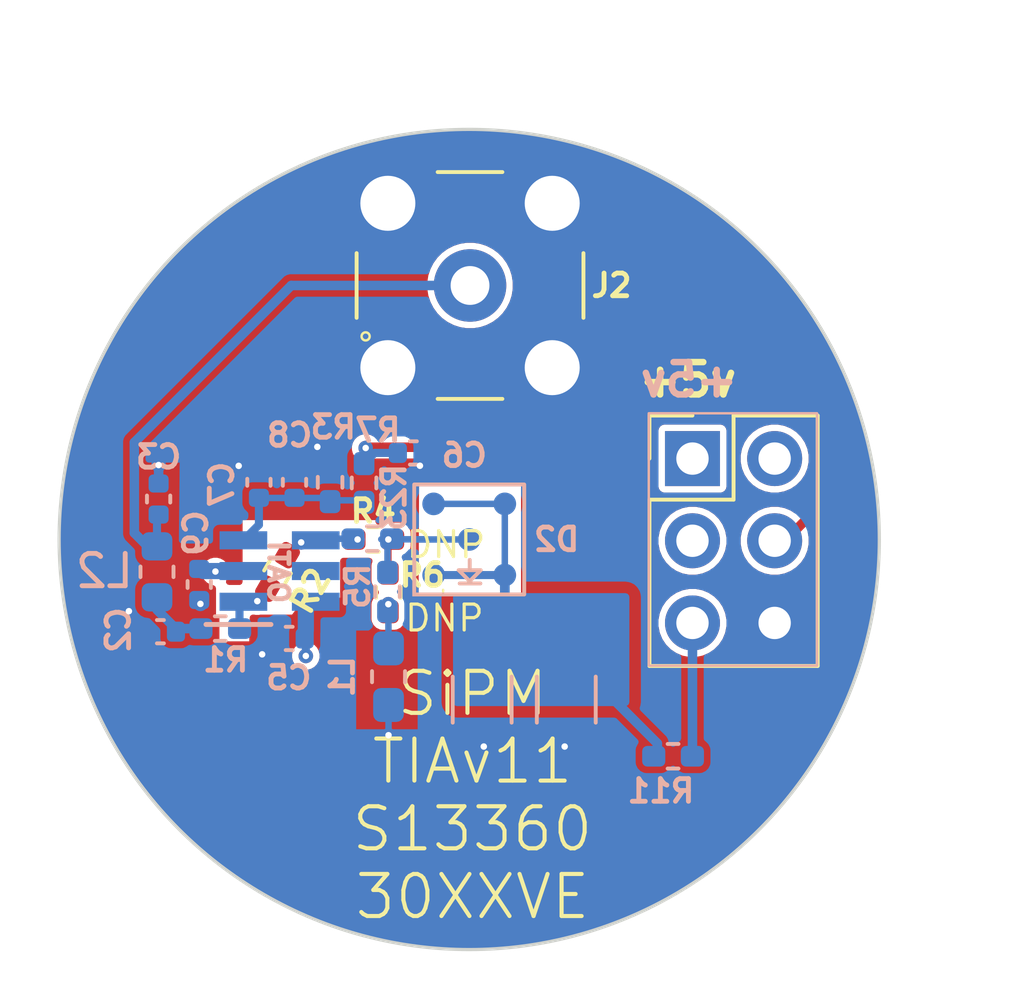
<source format=kicad_pcb>
(kicad_pcb (version 20241229) (generator "pcbnew") (generator_version "9.0")
  (layers (0 "F.Cu" signal) (4 "In1.Cu" signal "PWR") (6 "In2.Cu" signal "GND") (2 "B.Cu" signal) (13 "F.Paste" user) (15 "B.Paste" user) (5 "F.SilkS" user "F.Silkscreen") (7 "B.SilkS" user "B.Silkscreen") (1 "F.Mask" user) (3 "B.Mask" user) (25 "Edge.Cuts" user))
  (net 0 "")
  (net 1 "GND")
  (net 2 "/VBiasFilt")
  (net 3 "Net-(C2-Pad1)")
  (net 4 "VDDA")
  (net 5 "VSSA")
  (net 6 "/OUT")
  (net 7 "Net-(L1-Pad1)")
  (net 8 "Net-(J2-In)")
  (net 9 "+VDC")
  (net 10 "Net-(U1-+)")
  (net 11 "LINE")
  (net 12 "+5V")
  (net 13 "Net-(U1--)")
  (net 15 "Net-(D2-A)")
  (footprint "footprints:PinHeader_2x03_P2.54mm_Vertical" (layer "F.Cu") (at 206.9 97.5)
    (property "Reference" "J1" (hide yes))
    (property "Value" "SSQ-103-01-G-D" (hide yes))
    (fp_line (start -1.33 -1.33) (end 0 -1.33) (stroke (width 0.12)) (layer "F.SilkS"))
    (fp_line (start -1.33 0) (end -1.33 -1.33) (stroke (width 0.12)) (layer "F.SilkS"))
    (fp_line (start -1.33 1.27) (end -1.33 6.41) (stroke (width 0.12)) (layer "F.SilkS"))
    (fp_line (start -1.33 1.27) (end 1.27 1.27) (stroke (width 0.12)) (layer "F.SilkS"))
    (fp_line (start -1.33 6.41) (end 3.87 6.41) (stroke (width 0.12)) (layer "F.SilkS"))
    (fp_line (start 1.27 -1.33) (end 3.87 -1.33) (stroke (width 0.12)) (layer "F.SilkS"))
    (fp_line (start 1.27 1.27) (end 1.27 -1.33) (stroke (width 0.12)) (layer "F.SilkS"))
    (fp_line (start 3.87 -1.33) (end 3.87 6.41) (stroke (width 0.12)) (layer "F.SilkS"))
    (pad "1" thru_hole rect (at 0 0) (size 1.7 1.7) (drill 1) (layers "*.Cu" "*.Mask") (net 12 "+5V"))
    (pad "2" thru_hole oval (at 2.54 0) (size 1.7 1.7) (drill 1) (layers "*.Cu" "*.Mask") (net 5 "VSSA"))
    (pad "3" thru_hole oval (at 0 2.54) (size 1.7 1.7) (drill 1) (layers "*.Cu" "*.Mask") (net 4 "VDDA"))
    (pad "4" thru_hole oval (at 2.54 2.54) (size 1.7 1.7) (drill 1) (layers "*.Cu" "*.Mask") (net 11 "LINE"))
    (pad "5" thru_hole oval (at 0 5.08) (size 1.7 1.7) (drill 1) (layers "*.Cu" "*.Mask") (net 9 "+VDC"))
    (pad "6" thru_hole oval (at 2.54 5.08) (size 1.7 1.7) (drill 1) (layers "*.Cu" "*.Mask") (net 1 "GND"))
  )
  (footprint "Resistor_SMD:R_0402_1005Metric_Pad0.72x0.64mm_HandSolder" (layer "F.Cu") (at 194.075 101.002522 -120)
    (property "Reference" "R2" (at 0 -1.17 240) (layer "F.SilkS") (effects (font (size 0.7 0.7))))
    (property "Value" "1.5k")
    (fp_line (start -0.167621 0.38) (end 0.167621 0.38) (stroke (width 0.12)) (layer "F.SilkS"))
    (fp_line (start -0.167621 -0.38) (end 0.167621 -0.38) (stroke (width 0.12)) (layer "F.SilkS"))
    (pad "1" smd roundrect (at -0.5975 0 240) (size 0.715 0.64) (layers "F.Cu" "F.Mask" "F.Paste") (net 13 "Net-(U1--)"))
    (pad "2" smd roundrect (at 0.5975 0 240) (size 0.715 0.64) (layers "F.Cu" "F.Mask" "F.Paste") (net 6 "/OUT"))
  )
  (footprint "Connector_Coaxial:SMB_Jack_Vertical" (layer "F.Cu") (at 200.025 92.15)
    (property "Reference" "J2" (at 4.375 0 0) (layer "F.SilkS") (effects (font (size 0.7 0.7))))
    (property "Value" "Conn_Coaxial" (hide yes))
    (fp_line (start -3.5052 1) (end -3.5052 -1) (stroke (width 0.12)) (layer "F.SilkS"))
    (fp_line (start -1 -3.5052) (end 1 -3.5052) (stroke (width 0.12)) (layer "F.SilkS"))
    (fp_line (start 1 3.5052) (end -1 3.5052) (stroke (width 0.12)) (layer "F.SilkS"))
    (fp_line (start 3.5052 -1) (end 3.5052 1) (stroke (width 0.12)) (layer "F.SilkS"))
    (pad "1" thru_hole circle (at 0 0) (size 2.24 2.24) (drill 1.2) (layers "*.Cu" "*.Mask") (net 8 "Net-(J2-In)"))
    (pad "2" thru_hole circle (at -2.54 -2.54) (size 2.74 2.74) (drill 1.7) (layers "*.Cu" "*.Mask") (net 1 "GND"))
    (pad "2" thru_hole circle (at -2.54 2.54) (size 2.74 2.74) (drill 1.7) (layers "*.Cu" "*.Mask") (net 1 "GND"))
    (pad "2" thru_hole circle (at 2.54 -2.54) (size 2.74 2.74) (drill 1.7) (layers "*.Cu" "*.Mask") (net 1 "GND"))
    (pad "2" thru_hole circle (at 2.54 2.54) (size 2.74 2.74) (drill 1.7) (layers "*.Cu" "*.Mask") (net 1 "GND"))
  )
  (footprint "Resistor_SMD:R_0402_1005Metric_Pad0.72x0.64mm_HandSolder" (layer "F.Cu") (at 197.035 100 180)
    (property "Reference" "R4" (at 0 0.875 180) (layer "F.SilkS") (effects (font (size 0.7 0.7))))
    (property "Value" "0")
    (fp_line (start -0.167621 0.38) (end 0.167621 0.38) (stroke (width 0.12)) (layer "F.SilkS"))
    (fp_line (start -0.167621 -0.38) (end 0.167621 -0.38) (stroke (width 0.12)) (layer "F.SilkS"))
    (pad "1" smd roundrect (at -0.5975 0 180) (size 0.715 0.64) (layers "F.Cu" "F.Mask" "F.Paste") (net 15 "Net-(D2-A)"))
    (pad "2" smd roundrect (at 0.5975 0 180) (size 0.715 0.64) (layers "F.Cu" "F.Mask" "F.Paste") (net 13 "Net-(U1--)"))
  )
  (footprint "Resistor_SMD:R_0402_1005Metric_Pad0.72x0.64mm_HandSolder" (layer "F.Cu") (at 197.5 101.635 90)
    (property "Reference" "R6" (at 0.535 1.05 180) (layer "F.SilkS") (effects (font (size 0.7 0.7))))
    (property "Value" "3.0")
    (fp_line (start -0.167621 -0.38) (end 0.167621 -0.38) (stroke (width 0.12)) (layer "F.SilkS"))
    (fp_line (start -0.167621 0.38) (end 0.167621 0.38) (stroke (width 0.12)) (layer "F.SilkS"))
    (pad "1" smd roundrect (at -0.5975 0 90) (size 0.715 0.64) (layers "F.Cu" "F.Mask" "F.Paste") (net 7 "Net-(L1-Pad1)"))
    (pad "2" smd roundrect (at 0.5975 0 90) (size 0.715 0.64) (layers "F.Cu" "F.Mask" "F.Paste") (net 15 "Net-(D2-A)"))
  )
  (footprint "Capacitor_SMD:C_1206_3216Metric" (layer "B.Cu") (at 200.4 104.95 -90)
    (property "Reference" "C1" (hide yes))
    (property "Value" "2.2u")
    (fp_line (start -0.711252 0.91) (end 0.711252 0.91) (stroke (width 0.12)) (layer "B.SilkS"))
    (fp_line (start -0.711252 -0.91) (end 0.711252 -0.91) (stroke (width 0.12)) (layer "B.SilkS"))
    (pad "1" smd roundrect (at -1.475 0 270) (size 1.15 1.8) (layers "B.Cu" "B.Mask" "B.Paste") (roundrect_rratio 0.2173913043) (net 2 "/VBiasFilt"))
    (pad "2" smd roundrect (at 1.475 0 270) (size 1.15 1.8) (layers "B.Cu" "B.Mask" "B.Paste") (roundrect_rratio 0.2173913043) (net 1 "GND"))
  )
  (footprint "Capacitor_SMD:C_0402_1005Metric" (layer "B.Cu") (at 193.5 98.232522 90)
    (property "Reference" "C7" (at -0.067478 -1.15 90) (layer "B.SilkS") (effects (font (size 0.7 0.7)) (justify mirror)))
    (property "Value" "1u" (hide yes))
    (fp_line (start -0.107836 -0.36) (end 0.107836 -0.36) (stroke (width 0.12)) (layer "B.SilkS"))
    (fp_line (start -0.107836 0.36) (end 0.107836 0.36) (stroke (width 0.12)) (layer "B.SilkS"))
    (pad "1" smd roundrect (at -0.48 0 90) (size 0.56 0.62) (layers "B.Cu" "B.Mask" "B.Paste") (net 10 "Net-(U1-+)"))
    (pad "2" smd roundrect (at 0.48 0 90) (size 0.56 0.62) (layers "B.Cu" "B.Mask" "B.Paste") (net 1 "GND"))
  )
  (footprint "Capacitor_SMD:C_0402_1005Metric" (layer "B.Cu") (at 194.4352 103.059122 180)
    (property "Reference" "C5" (at 0.0102 -1.215878 0) (layer "B.SilkS") (effects (font (size 0.7 0.7)) (justify mirror)))
    (property "Value" "1u" (hide yes))
    (fp_line (start -0.107836 0.36) (end 0.107836 0.36) (stroke (width 0.12)) (layer "B.SilkS"))
    (fp_line (start -0.107836 -0.36) (end 0.107836 -0.36) (stroke (width 0.12)) (layer "B.SilkS"))
    (pad "1" smd roundrect (at -0.48 0 180) (size 0.56 0.62) (layers "B.Cu" "B.Mask" "B.Paste") (net 4 "VDDA"))
    (pad "2" smd roundrect (at 0.48 0 180) (size 0.56 0.62) (layers "B.Cu" "B.Mask" "B.Paste") (net 1 "GND"))
  )
  (footprint "Capacitor_SMD:C_0402_1005Metric" (layer "B.Cu") (at 194.6 98.232522 90)
    (property "Reference" "C8" (at 1.457522 -0.15 0) (layer "B.SilkS") (effects (font (size 0.7 0.7) (thickness 0.15) (bold yes)) (justify mirror)))
    (property "Value" "1u")
    (fp_line (start -0.107836 -0.36) (end 0.107836 -0.36) (stroke (width 0.12)) (layer "B.SilkS"))
    (fp_line (start -0.107836 0.36) (end 0.107836 0.36) (stroke (width 0.12)) (layer "B.SilkS"))
    (pad "1" smd roundrect (at -0.48 0 90) (size 0.56 0.62) (layers "B.Cu" "B.Mask" "B.Paste") (net 10 "Net-(U1-+)"))
    (pad "2" smd roundrect (at 0.48 0 90) (size 0.56 0.62) (layers "B.Cu" "B.Mask" "B.Paste") (net 1 "GND"))
  )
  (footprint "Resistor_SMD:R_0402_1005Metric_Pad0.72x0.64mm_HandSolder" (layer "B.Cu") (at 195.7 98.232522 -90)
    (property "Reference" "R3" (at -1.707522 -0.1 180) (layer "B.SilkS") (effects (font (size 0.7 0.7)) (justify mirror)))
    (property "Value" "68")
    (fp_line (start -0.167621 0.38) (end 0.167621 0.38) (stroke (width 0.12)) (layer "B.SilkS"))
    (fp_line (start -0.167621 -0.38) (end 0.167621 -0.38) (stroke (width 0.12)) (layer "B.SilkS"))
    (pad "1" smd roundrect (at -0.5975 0 270) (size 0.715 0.64) (layers "B.Cu" "B.Mask" "B.Paste") (net 1 "GND"))
    (pad "2" smd roundrect (at 0.5975 0 270) (size 0.715 0.64) (layers "B.Cu" "B.Mask" "B.Paste") (net 10 "Net-(U1-+)"))
  )
  (footprint "Resistor_SMD:R_0402_1005Metric_Pad0.72x0.64mm_HandSolder" (layer "B.Cu") (at 206.3 106.7 180)
    (property "Reference" "R11" (at 0.375 -1.075 0) (layer "B.SilkS") (effects (font (size 0.7 0.7)) (justify mirror)))
    (property "Value" "10")
    (fp_line (start -0.167621 0.38) (end 0.167621 0.38) (stroke (width 0.12)) (layer "B.SilkS"))
    (fp_line (start -0.167621 -0.38) (end 0.167621 -0.38) (stroke (width 0.12)) (layer "B.SilkS"))
    (pad "1" smd roundrect (at -0.5975 0 180) (size 0.715 0.64) (layers "B.Cu" "B.Mask" "B.Paste") (net 9 "+VDC"))
    (pad "2" smd roundrect (at 0.5975 0 180) (size 0.715 0.64) (layers "B.Cu" "B.Mask" "B.Paste") (net 2 "/VBiasFilt"))
  )
  (footprint "Resistor_SMD:R_0402_1005Metric_Pad0.72x0.64mm_HandSolder" (layer "B.Cu") (at 197.0054 99.977522 180)
    (property "Reference" "R23" (at -0.6696 1.277522 90) (layer "B.SilkS") (effects (font (size 0.7 0.7)) (justify mirror)))
    (property "Value" "43")
    (fp_line (start -0.167621 0.38) (end 0.167621 0.38) (stroke (width 0.12)) (layer "B.SilkS"))
    (fp_line (start -0.167621 -0.38) (end 0.167621 -0.38) (stroke (width 0.12)) (layer "B.SilkS"))
    (pad "1" smd roundrect (at -0.5975 0 180) (size 0.715 0.64) (layers "B.Cu" "B.Mask" "B.Paste") (net 15 "Net-(D2-A)"))
    (pad "2" smd roundrect (at 0.5975 0 180) (size 0.715 0.64) (layers "B.Cu" "B.Mask" "B.Paste") (net 13 "Net-(U1--)"))
  )
  (footprint "Inductor_SMD:L_0603_1608Metric_Pad1.05x0.95mm_HandSolder" (layer "B.Cu") (at 197.506 104.240722 -90)
    (property "Reference" "L1" (at 0 1.43 90) (layer "B.SilkS") (effects (font (size 0.7 0.7)) (justify mirror)))
    (property "Value" "160nH")
    (fp_line (start -0.171267 0.51) (end 0.171267 0.51) (stroke (width 0.12)) (layer "B.SilkS"))
    (fp_line (start -0.171267 -0.51) (end 0.171267 -0.51) (stroke (width 0.12)) (layer "B.SilkS"))
    (pad "1" smd roundrect (at -0.875 0 270) (size 1.05 0.95) (layers "B.Cu" "B.Mask" "B.Paste") (net 7 "Net-(L1-Pad1)"))
    (pad "2" smd roundrect (at 0.875 0 270) (size 1.05 0.95) (layers "B.Cu" "B.Mask" "B.Paste") (net 1 "GND"))
  )
  (footprint "Resistor_SMD:R_0402_1005Metric_Pad0.72x0.64mm_HandSolder" (layer "B.Cu") (at 192.306 102.754322 180)
    (property "Reference" "R1" (at -0.167621 -0.970678 0) (layer "B.SilkS") (effects (font (size 0.7 0.7)) (justify mirror)))
    (property "Value" "50")
    (fp_line (start -0.167621 0.38) (end 0.167621 0.38) (stroke (width 0.12)) (layer "B.SilkS"))
    (fp_line (start -0.167621 -0.38) (end 0.167621 -0.38) (stroke (width 0.12)) (layer "B.SilkS"))
    (pad "1" smd roundrect (at -0.5975 0 180) (size 0.715 0.64) (layers "B.Cu" "B.Mask" "B.Paste") (net 6 "/OUT"))
    (pad "2" smd roundrect (at 0.5975 0 180) (size 0.715 0.64) (layers "B.Cu" "B.Mask" "B.Paste") (net 3 "Net-(C2-Pad1)"))
  )
  (footprint "Capacitor_SMD:C_0402_1005Metric" (layer "B.Cu") (at 191.656 101.390722 -90)
    (property "Reference" "C9" (at -1.590722 0.106 90) (layer "B.SilkS") (effects (font (size 0.7 0.7)) (justify mirror)))
    (property "Value" "1u" (hide yes))
    (fp_line (start -0.107836 0.36) (end 0.107836 0.36) (stroke (width 0.12)) (layer "B.SilkS"))
    (fp_line (start -0.107836 -0.36) (end 0.107836 -0.36) (stroke (width 0.12)) (layer "B.SilkS"))
    (pad "1" smd roundrect (at -0.48 0 270) (size 0.56 0.62) (layers "B.Cu" "B.Mask" "B.Paste") (net 5 "VSSA"))
    (pad "2" smd roundrect (at 0.48 0 270) (size 0.56 0.62) (layers "B.Cu" "B.Mask" "B.Paste") (net 1 "GND"))
  )
  (footprint "Resistor_SMD:R_0402_1005Metric_Pad0.72x0.64mm_HandSolder" (layer "B.Cu") (at 197.474 101.615722 90)
    (property "Reference" "R5" (at 0.167621 -0.924 270) (layer "B.SilkS") (effects (font (size 0.7 0.7)) (justify mirror)))
    (property "Value" "4.7")
    (fp_line (start -0.167621 -0.38) (end 0.167621 -0.38) (stroke (width 0.12)) (layer "B.SilkS"))
    (fp_line (start -0.167621 0.38) (end 0.167621 0.38) (stroke (width 0.12)) (layer "B.SilkS"))
    (pad "1" smd roundrect (at -0.5975 0 90) (size 0.715 0.64) (layers "B.Cu" "B.Mask" "B.Paste") (net 7 "Net-(L1-Pad1)"))
    (pad "2" smd roundrect (at 0.5975 0 90) (size 0.715 0.64) (layers "B.Cu" "B.Mask" "B.Paste") (net 15 "Net-(D2-A)"))
  )
  (footprint "footprints:OPA847IDBVT" (layer "B.Cu") (at 194.1384 100.975722)
    (property "Reference" "U1" (hide yes))
    (property "Value" "OPA847IDBVT" (hide yes))
    (fp_line (start -0.2667 1.651) (end -2.2733 1.651) (stroke (width 0.1524)) (layer "B.SilkS"))
    (fp_text user "OATI" (at -0.0384 0.0268 270) (layer "B.SilkS") (effects (font (size 0.6 0.6)) (justify mirror)))
    (pad "1" smd rect (at -1.1176 0.950001) (size 1.4732 0.5588) (layers "B.Cu" "B.Mask" "B.Paste") (net 6 "/OUT"))
    (pad "2" smd rect (at -1.1176 0) (size 1.4732 0.5588) (layers "B.Cu" "B.Mask" "B.Paste") (net 5 "VSSA"))
    (pad "3" smd rect (at -1.1176 -0.950001) (size 1.4732 0.5588) (layers "B.Cu" "B.Mask" "B.Paste") (net 10 "Net-(U1-+)"))
    (pad "4" smd rect (at 1.1176 -0.950001) (size 1.4732 0.5588) (layers "B.Cu" "B.Mask" "B.Paste") (net 13 "Net-(U1--)"))
    (pad "5" smd rect (at 1.1176 0) (size 1.4732 0.5588) (layers "B.Cu" "B.Mask" "B.Paste"))
    (pad "6" smd rect (at 1.1176 0.950001) (size 1.4732 0.5588) (layers "B.Cu" "B.Mask" "B.Paste") (net 4 "VDDA"))
  )
  (footprint "Resistor_SMD:R_0402_1005Metric_Pad0.72x0.64mm_HandSolder" (layer "B.Cu") (at 196.75 98.252522 90)
    (property "Reference" "R7" (at 1.627522 0.425 0) (layer "B.SilkS") (effects (font (size 0.7 0.7)) (justify mirror)))
    (property "Value" "5k")
    (fp_line (start -0.167621 -0.38) (end 0.167621 -0.38) (stroke (width 0.12)) (layer "B.SilkS"))
    (fp_line (start -0.167621 0.38) (end 0.167621 0.38) (stroke (width 0.12)) (layer "B.SilkS"))
    (pad "1" smd roundrect (at -0.5975 0 90) (size 0.715 0.64) (layers "B.Cu" "B.Mask" "B.Paste") (net 10 "Net-(U1-+)"))
    (pad "2" smd roundrect (at 0.5975 0 90) (size 0.715 0.64) (layers "B.Cu" "B.Mask" "B.Paste") (net 11 "LINE"))
  )
  (footprint "Capacitor_SMD:C_0402_1005Metric" (layer "B.Cu") (at 190.4 98.75 90)
    (property "Reference" "C3" (at 1.3 0 0) (layer "B.SilkS") (effects (font (size 0.7 0.7)) (justify mirror)))
    (property "Value" "330p")
    (fp_line (start -0.107836 -0.36) (end 0.107836 -0.36) (stroke (width 0.12)) (layer "B.SilkS"))
    (fp_line (start -0.107836 0.36) (end 0.107836 0.36) (stroke (width 0.12)) (layer "B.SilkS"))
    (pad "1" smd roundrect (at -0.48 0 90) (size 0.56 0.62) (layers "B.Cu" "B.Mask" "B.Paste") (net 8 "Net-(J2-In)"))
    (pad "2" smd roundrect (at 0.48 0 90) (size 0.56 0.62) (layers "B.Cu" "B.Mask" "B.Paste") (net 1 "GND"))
  )
  (footprint "footprints:S13360-3050VE" (layer "B.Cu") (at 200 100 180)
    (property "Reference" "D2" (at -2.7 0 0) (layer "B.SilkS") (effects (font (size 0.7 0.7)) (justify mirror)))
    (property "Value" "s13360_3050VE")
    (fp_line (start 0.325 -0.95) (end -0.015 -1.29) (stroke (width 0.12)) (layer "B.SilkS"))
    (fp_line (start -0.015 -0.91) (end -0.015 -0.63) (stroke (width 0.12)) (layer "B.SilkS"))
    (fp_line (start -0.015 -1.29) (end -0.355 -0.95) (stroke (width 0.12)) (layer "B.SilkS"))
    (fp_line (start -0.325 -0.95) (end 0.325 -0.95) (stroke (width 0.12)) (layer "B.SilkS"))
    (fp_line (start -0.345 -1.36) (end 0.295 -1.36) (stroke (width 0.12)) (layer "B.SilkS"))
    (fp_rect (start 1.7 -1.7) (end -1.7 1.7) (stroke (width 0.12)) (fill no) (layer "B.SilkS"))
    (pad "1" smd circle (at -1.1 -1.1 180) (size 0.7 0.7) (layers "B.Cu" "B.Mask" "B.Paste") (net 2 "/VBiasFilt"))
    (pad "1" smd circle (at -1.1 1.1 180) (size 0.7 0.7) (layers "B.Cu" "B.Mask" "B.Paste") (net 2 "/VBiasFilt"))
    (pad "1" smd circle (at 1.1 -1.1 180) (size 0.7 0.7) (layers "B.Cu" "B.Mask" "B.Paste") (net 2 "/VBiasFilt"))
    (pad "1" smd circle (at 1.1 1.1 180) (size 0.7 0.7) (layers "B.Cu" "B.Mask" "B.Paste") (net 2 "/VBiasFilt"))
    (pad "2" smd circle (at 0 0 180) (size 0.7 0.7) (layers "B.Cu" "B.Mask" "B.Paste") (net 15 "Net-(D2-A)"))
  )
  (footprint "Capacitor_SMD:C_0402_1005Metric" (layer "B.Cu") (at 190.456 102.85 180)
    (property "Reference" "C2" (at 1.3 0.05 90) (layer "B.SilkS") (effects (font (size 0.7 0.7)) (justify mirror)))
    (property "Value" "330pF")
    (fp_line (start -0.107836 0.36) (end 0.107836 0.36) (stroke (width 0.12)) (layer "B.SilkS"))
    (fp_line (start -0.107836 -0.36) (end 0.107836 -0.36) (stroke (width 0.12)) (layer "B.SilkS"))
    (pad "1" smd roundrect (at -0.48 0 180) (size 0.56 0.62) (layers "B.Cu" "B.Mask" "B.Paste") (net 3 "Net-(C2-Pad1)"))
    (pad "2" smd roundrect (at 0.48 0 180) (size 0.56 0.62) (layers "B.Cu" "B.Mask" "B.Paste") (net 1 "GND"))
  )
  (footprint "Capacitor_SMD:C_0402_1005Metric" (layer "B.Cu") (at 198.275 97.325)
    (property "Reference" "C6" (at 1.575 0.075 0) (layer "B.SilkS") (effects (font (size 0.7 0.7) (thickness 0.15) (bold yes)) (justify mirror)))
    (property "Value" "1u")
    (fp_line (start -0.107836 -0.36) (end 0.107836 -0.36) (stroke (width 0.12)) (layer "B.SilkS"))
    (fp_line (start -0.107836 0.36) (end 0.107836 0.36) (stroke (width 0.12)) (layer "B.SilkS"))
    (pad "1" smd roundrect (at -0.48 0) (size 0.56 0.62) (layers "B.Cu" "B.Mask" "B.Paste") (net 11 "LINE"))
    (pad "2" smd roundrect (at 0.48 0) (size 0.56 0.62) (layers "B.Cu" "B.Mask" "B.Paste") (net 1 "GND"))
  )
  (footprint "Inductor_SMD:L_0603_1608Metric" (layer "B.Cu") (at 190.35 101 90)
    (property "Reference" "L2" (at 0.025 -1.625 0) (layer "B.SilkS") (effects (justify mirror)))
    (property "Value" "1500nH")
    (fp_line (start -0.162779 -0.51) (end 0.162779 -0.51) (stroke (width 0.12)) (layer "B.SilkS"))
    (fp_line (start -0.162779 0.51) (end 0.162779 0.51) (stroke (width 0.12)) (layer "B.SilkS"))
    (pad "1" smd roundrect (at -0.7875 0 90) (size 0.875 0.95) (layers "B.Cu" "B.Mask" "B.Paste") (net 3 "Net-(C2-Pad1)"))
    (pad "2" smd roundrect (at 0.7875 0 90) (size 0.875 0.95) (layers "B.Cu" "B.Mask" "B.Paste") (net 8 "Net-(J2-In)"))
  )
  (footprint "Capacitor_SMD:C_1206_3216Metric" (layer "B.Cu") (at 203 104.95 -90)
    (property "Reference" "C4" (hide yes))
    (property "Value" "2.2u")
    (fp_line (start -0.711252 0.91) (end 0.711252 0.91) (stroke (width 0.12)) (layer "B.SilkS"))
    (fp_line (start -0.711252 -0.91) (end 0.711252 -0.91) (stroke (width 0.12)) (layer "B.SilkS"))
    (pad "1" smd roundrect (at -1.475 0 270) (size 1.15 1.8) (layers "B.Cu" "B.Mask" "B.Paste") (roundrect_rratio 0.2173913043) (net 2 "/VBiasFilt"))
    (pad "2" smd roundrect (at 1.475 0 270) (size 1.15 1.8) (layers "B.Cu" "B.Mask" "B.Paste") (roundrect_rratio 0.2173913043) (net 1 "GND"))
  )
  (gr_circle (center 196.7982 93.7232) (end 196.8982 93.7982) (stroke (width 0.0762)) (fill no) (layer "F.SilkS"))
  (gr_line (start 199.1928 101.6096) (end 199.1928 101.5588) (stroke (width 0.0762)) (layer "F.SilkS"))
  (gr_rect (start 205.55 96.1) (end 210.75 103.9) (stroke (width 0.0762)) (fill no) (layer "B.SilkS"))
  (gr_circle (center 200 100) (end 212.6746 100) (stroke (width 0.1)) (fill no) (layer "Edge.Cuts"))
  (gr_text "SiPM\nTIAv11\nS13360\n30XXVE\n\n" (at 200.1 108.95 0) (layer "F.SilkS") (effects (font (size 1.3 1.3) (thickness 0.127))))
  (gr_text "DNP" (at 198 100.63 0) (layer "F.SilkS") (effects (font (size 0.8 0.8) (thickness 0.1)) (justify left bottom)))
  (gr_text "DNP" (at 197.95 102.9 0) (layer "F.SilkS") (effects (font (size 0.8 0.8) (thickness 0.1)) (justify left bottom)))
  (gr_text "+5v" (at 205.15 95.65 0) (layer "F.SilkS") (effects (font (size 1 1) (thickness 0.2) (bold yes)) (justify left bottom)))
  (gr_text "+5v" (at 208.4 95.65 0) (layer "B.SilkS") (effects (font (size 1 1) (thickness 0.2) (bold yes)) (justify left bottom mirror)))
  (via (at 192.875 97.725) (size 0.45) (drill 0.2) (layers "F.Cu" "B.Cu") (net 1))
  (via (at 191.692 101.990722) (size 0.45) (drill 0.2) (layers "F.Cu" "B.Cu") (net 1))
  (via (at 189.481415 102.216362) (size 0.45) (drill 0.2) (layers "F.Cu" "B.Cu") (net 1))
  (via (at 200.45 106.4) (size 0.45) (drill 0.2) (layers "F.Cu" "B.Cu") (net 1))
  (via (at 198.476284 97.721685) (size 0.45) (drill 0.2) (layers "F.Cu" "B.Cu") (net 1))
  (via (at 202.95 106.4) (size 0.45) (drill 0.2) (layers "F.Cu" "B.Cu") (net 1))
  (via (at 195.306 97.1382) (size 0.45) (drill 0.2) (layers "F.Cu" "B.Cu") (net 1))
  (via (at 197.506 106.05) (size 0.45) (drill 0.2) (layers "F.Cu" "B.Cu") (net 1))
  (via (at 190.4 97.7) (size 0.45) (drill 0.2) (layers "F.Cu" "B.Cu") (net 1))
  (via (at 193.6 103.55) (size 0.45) (drill 0.2) (layers "F.Cu" "B.Cu") (net 1))
  (segment (start 192.894 97.706) (end 193.056 97.706) (width 0.25) (layer "B.Cu") (net 1))
  (segment (start 197.506 106.05) (end 197.506 104.985222) (width 0.2) (layer "B.Cu") (net 1))
  (segment (start 195.306 97.353522) (end 195.306 97.1382) (width 0.25) (layer "B.Cu") (net 1))
  (segment (start 195.697478 97.745) (end 193.1 97.745) (width 0.2) (layer "B.Cu") (net 1))
  (segment (start 193.9552 103.1948) (end 193.9552 103.059122) (width 0.25) (layer "B.Cu") (net 1))
  (segment (start 192.875 97.725) (end 192.894 97.706) (width 0.25) (layer "B.Cu") (net 1))
  (segment (start 193.6 103.55) (end 193.9552 103.1948) (width 0.25) (layer "B.Cu") (net 1))
  (segment (start 195.7 97.747522) (end 195.306 97.353522) (width 0.25) (layer "B.Cu") (net 1))
  (segment (start 189.862046 102.551) (end 189.926 102.551) (width 0.25) (layer "B.Cu") (net 1))
  (segment (start 189.926 102.551) (end 189.976 102.601) (width 0.25) (layer "B.Cu") (net 1))
  (segment (start 189.976 102.601) (end 189.976 102.940722) (width 0.25) (layer "B.Cu") (net 1))
  (segment (start 198.755 97.325) (end 198.755 97.442969) (width 0.25) (layer "B.Cu") (net 1))
  (segment (start 189.549 102.216362) (end 189.549 102.237954) (width 0.25) (layer "B.Cu") (net 1))
  (segment (start 198.755 97.442969) (end 198.476284 97.721685) (width 0.25) (layer "B.Cu") (net 1))
  (segment (start 189.481415 102.216362) (end 189.549 102.216362) (width 0.25) (layer "B.Cu") (net 1))
  (segment (start 190.4 97.7) (end 190.4 98.27) (width 0.29337) (layer "B.Cu") (net 1))
  (segment (start 189.549 102.237954) (end 189.862046 102.551) (width 0.25) (layer "B.Cu") (net 1))
  (segment (start 201.1 98.9) (end 198.9 98.9) (width 0.2) (layer "B.Cu") (net 2))
  (segment (start 201.1 101.1) (end 201.1 98.9) (width 0.2) (layer "B.Cu") (net 2))
  (segment (start 200.4 103.4875) (end 201.11 102.7775) (width 0.2) (layer "B.Cu") (net 2))
  (segment (start 201.1 102.775) (end 200.4 103.475) (width 0.25) (layer "B.Cu") (net 2))
  (segment (start 205.815 106.3025) (end 203 103.4875) (width 0.29337) (layer "B.Cu") (net 2))
  (segment (start 205.815 106.7) (end 205.815 106.3025) (width 0.29337) (layer "B.Cu") (net 2))
  (segment (start 198.9 101.1) (end 201.1 101.1) (width 0.25) (layer "B.Cu") (net 2))
  (segment (start 201.1 101.1) (end 201.1 102.775) (width 0.3) (layer "B.Cu") (net 2))
  (segment (start 190.936 102.940722) (end 190.936 102.760322) (width 0.29337) (layer "B.Cu") (net 3))
  (segment (start 191.7539 102.754322) (end 190.9189 102.754322) (width 0.29337) (layer "B.Cu") (net 3))
  (segment (start 190.936 102.760322) (end 190.35 102.174322) (width 0.29337) (layer "B.Cu") (net 3))
  (via (at 194.95 103.6) (size 0.45) (drill 0.2) (layers "F.Cu" "B.Cu") (net 4))
  (segment (start 194.95 102.109923) (end 194.95 102.812522) (width 0.5) (layer "B.Cu") (net 4))
  (segment (start 194.95 103.6) (end 194.95 103.093922) (width 0.25) (layer "B.Cu") (net 4))
  (via (at 192.156 100.990722) (size 0.45) (drill 0.2) (layers "F.Cu" "B.Cu") (net 5))
  (segment (start 193.0208 100.975722) (end 191.7832 100.975722) (width 0.5) (layer "B.Cu") (net 5))
  (segment (start 193.867799 101.487522) (end 193.45 101.905321) (width 0.2) (layer "F.Cu") (net 6))
  (via (at 193.45 101.905321) (size 0.45) (drill 0.2) (layers "F.Cu" "B.Cu") (net 6))
  (segment (start 192.9 101.925723) (end 192.9 102.821722) (width 0.25) (layer "B.Cu") (net 6))
  (via (at 197.5 102) (size 0.45) (drill 0.2) (layers "F.Cu" "B.Cu") (net 7))
  (segment (start 197.506 103.453222) (end 197.5 102) (width 0.2) (layer "B.Cu") (net 7))
  (segment (start 194.5 92.15) (end 189.65 97) (width 0.29337) (layer "B.Cu") (net 8))
  (segment (start 200.025 92.15) (end 194.5 92.15) (width 0.29337) (layer "B.Cu") (net 8))
  (segment (start 189.65 99.8) (end 190.120722 100.270722) (width 0.29337) (layer "B.Cu") (net 8))
  (segment (start 190.35 100.2125) (end 190.35 99.28) (width 0.25) (layer "B.Cu") (net 8))
  (segment (start 190.35 99.28) (end 190.4 99.23) (width 0.25) (layer "B.Cu") (net 8))
  (segment (start 189.65 97) (end 189.65 99.8) (width 0.29337) (layer "B.Cu") (net 8))
  (segment (start 190.120722 100.270722) (end 190.35 100.270722) (width 0.29337) (layer "B.Cu") (net 8))
  (segment (start 206.9 106.585) (end 206.9 102.58) (width 0.29337) (layer "B.Cu") (net 9))
  (segment (start 194.6 98.717522) (end 195.7 98.717522) (width 0.2) (layer "B.Cu") (net 10))
  (segment (start 193.5 98.717522) (end 194.6 98.717522) (width 0.2) (layer "B.Cu") (net 10))
  (segment (start 195.756 98.790722) (end 196.856 98.790722) (width 0.2) (layer "B.Cu") (net 10))
  (segment (start 193.5 99.546521) (end 193.5 98.712522) (width 0.25) (layer "B.Cu") (net 10))
  (segment (start 193.0208 100.025721) (end 193.5 99.546521) (width 0.25) (layer "B.Cu") (net 10))
  (segment (start 196.8232 97.15) (end 196.8 97.1732) (width 0.29337) (layer "F.Cu") (net 11))
  (segment (start 211.4 96.4) (end 210 95) (width 0.29337) (layer "F.Cu") (net 11))
  (segment (start 205.55 95) (end 203.4 97.15) (width 0.29337) (layer "F.Cu") (net 11))
  (segment (start 209.757 100.04) (end 211.4 98.397) (width 0.29337) (layer "F.Cu") (net 11))
  (segment (start 210 95) (end 205.55 95) (width 0.29337) (layer "F.Cu") (net 11))
  (segment (start 211.4 98.397) (end 211.4 96.4) (width 0.29337) (layer "F.Cu") (net 11))
  (segment (start 203.4 97.15) (end 196.8232 97.15) (width 0.29337) (layer "F.Cu") (net 11))
  (via (at 196.8 97.1732) (size 0.45) (drill 0.2) (layers "F.Cu" "B.Cu") (net 11))
  (segment (start 197.080022 97.325) (end 196.75 97.655022) (width 0.25) (layer "B.Cu") (net 11))
  (segment (start 196.8 97.65) (end 196.8 97.1732) (width 0.29337) (layer "B.Cu") (net 11))
  (segment (start 197.795 97.325) (end 197.080022 97.325) (width 0.25) (layer "B.Cu") (net 11))
  (segment (start 194.65 100.076521) (end 194.65 100.25) (width 0.2) (layer "F.Cu") (net 13))
  (segment (start 194.65 100.25) (end 194.3175 100.5825) (width 0.2) (layer "F.Cu") (net 13))
  (via (at 194.806 100.090722) (size 0.45) (drill 0.2) (layers "F.Cu" "B.Cu") (net 13))
  (via (at 196.55 100) (size 0.45) (drill 0.2) (layers "F.Cu" "B.Cu") (net 13))
  (segment (start 196.5204 99.977522) (end 195.304199 99.977522) (width 0.2) (layer "B.Cu") (net 13))
  (segment (start 197.5 101.15) (end 197.5 100) (width 0.2) (layer "F.Cu") (net 15))
  (via (at 197.5 100) (size 0.45) (drill 0.2) (layers "F.Cu" "B.Cu") (net 15))
  (segment (start 197.474 101.124) (end 197.474 100.225322) (width 0.2) (layer "B.Cu") (net 15))
  (segment (start 198.26 100) (end 200 100) (width 0.2) (layer "B.Cu") (net 15))
  (segment (start 197.2824 99.994522) (end 198.652 99.994522) (width 0.2) (layer "B.Cu") (net 15))
  (zone (net 0) (net_name "") (layers "F.Cu" "B.Cu" "In1.Cu" "In2.Cu") (connect_pads (clearance 0)) (min_thickness 0.2)
    (keepout (tracks allowed) (vias allowed) (pads allowed) (copperpour not_allowed) (footprints allowed))
    (fill (thermal_gap 0.25) (thermal_bridge_width 0.25))
    (polygon (pts (xy 198.45 98.35) (xy 201.6 98.35) (xy 201.6 101.65) (xy 198.436 101.65)))
  )
  (zone (net 0) (net_name "") (layers "F.Cu" "B.Cu" "In1.Cu" "In2.Cu") (connect_pads (clearance 0)) (min_thickness 0.2)
    (keepout (tracks allowed) (vias allowed) (pads allowed) (copperpour not_allowed) (footprints allowed))
    (fill (thermal_gap 0.25) (thermal_bridge_width 0.25))
    (polygon (pts (xy 193.201 103.148522) (xy 193.216 102.321722) (xy 194.525 102.321722) (xy 194.925 101.8) (xy 196.01 101.8) (xy 196.01 100.566722) (xy 197.098043 100.566719) (xy 197.1 99.402522) (xy 192.996 99.402522) (xy 192.996 101.406522) (xy 192.175 101.406522) (xy 192.175 102.327522) (xy 192.2798 102.325) (xy 192.2798 103.148522)))
  )
  (zone (net 1) (net_name "GND") (layers "F.Cu" "B.Cu" "In2.Cu") (connect_pads yes (clearance 0.2)) (min_thickness 0.2) (fill yes (thermal_gap 0.25) (thermal_bridge_width 0.25))
    (polygon (pts (xy 217.1521 85.805) (xy 216.9021 113.58) (xy 185.4979 113.57) (xy 185.7479 85.795)))
  )
  (zone (net 0) (net_name "") (layer "B.Cu") (connect_pads (clearance 0)) (min_thickness 0.254)
    (keepout (tracks allowed) (vias allowed) (pads allowed) (copperpour not_allowed) (footprints allowed))
    (fill (thermal_gap 0.508) (thermal_bridge_width 0.508))
    (polygon (pts (xy 189.871 102.127522) (xy 192.326 102.127522) (xy 192.326 100.129322) (xy 191.025 100.125) (xy 191.0512 97.625) (xy 189.875 97.625)))
  )
  (zone (net 2) (net_name "/VBiasFilt") (layer "B.Cu") (priority 2) (connect_pads yes (clearance 0.35)) (min_thickness 0.25) (fill yes (thermal_gap 0.5) (thermal_bridge_width 0.5))
    (polygon (pts (xy 199.5 101.658) (xy 199.5 105.15) (xy 204.95 105.15) (xy 204.95 101.658)))
  )
  (zone (net 0) (net_name "") (layers "B.Cu" "In1.Cu" "In2.Cu") (connect_pads (clearance 0)) (min_thickness 0.2)
    (keepout (tracks allowed) (vias allowed) (pads allowed) (copperpour not_allowed) (footprints allowed))
    (fill (thermal_gap 0.25) (thermal_bridge_width 0.25))
    (polygon (pts (xy 196.506 105.865722) (xy 198.406 105.865722) (xy 198.406 102.815722) (xy 196.506 102.815722)))
  )
)
</source>
